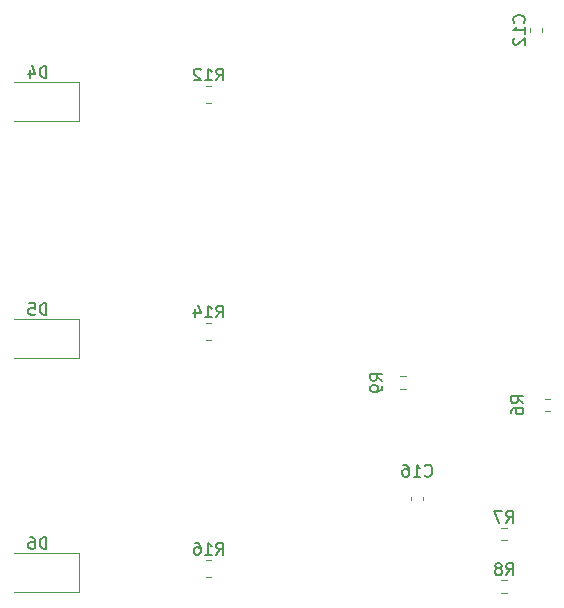
<source format=gbr>
%TF.GenerationSoftware,KiCad,Pcbnew,7.0.5*%
%TF.CreationDate,2023-07-07T20:15:01+07:00*%
%TF.ProjectId,Intership_board,496e7465-7273-4686-9970-5f626f617264,rev?*%
%TF.SameCoordinates,Original*%
%TF.FileFunction,Legend,Bot*%
%TF.FilePolarity,Positive*%
%FSLAX46Y46*%
G04 Gerber Fmt 4.6, Leading zero omitted, Abs format (unit mm)*
G04 Created by KiCad (PCBNEW 7.0.5) date 2023-07-07 20:15:01*
%MOMM*%
%LPD*%
G01*
G04 APERTURE LIST*
%ADD10C,0.150000*%
%ADD11C,0.120000*%
G04 APERTURE END LIST*
D10*
%TO.C,D5*%
X54766094Y-112638187D02*
X54766094Y-111638187D01*
X54766094Y-111638187D02*
X54527999Y-111638187D01*
X54527999Y-111638187D02*
X54385142Y-111685806D01*
X54385142Y-111685806D02*
X54289904Y-111781044D01*
X54289904Y-111781044D02*
X54242285Y-111876282D01*
X54242285Y-111876282D02*
X54194666Y-112066758D01*
X54194666Y-112066758D02*
X54194666Y-112209615D01*
X54194666Y-112209615D02*
X54242285Y-112400091D01*
X54242285Y-112400091D02*
X54289904Y-112495329D01*
X54289904Y-112495329D02*
X54385142Y-112590568D01*
X54385142Y-112590568D02*
X54527999Y-112638187D01*
X54527999Y-112638187D02*
X54766094Y-112638187D01*
X53289904Y-111638187D02*
X53766094Y-111638187D01*
X53766094Y-111638187D02*
X53813713Y-112114377D01*
X53813713Y-112114377D02*
X53766094Y-112066758D01*
X53766094Y-112066758D02*
X53670856Y-112019139D01*
X53670856Y-112019139D02*
X53432761Y-112019139D01*
X53432761Y-112019139D02*
X53337523Y-112066758D01*
X53337523Y-112066758D02*
X53289904Y-112114377D01*
X53289904Y-112114377D02*
X53242285Y-112209615D01*
X53242285Y-112209615D02*
X53242285Y-112447710D01*
X53242285Y-112447710D02*
X53289904Y-112542948D01*
X53289904Y-112542948D02*
X53337523Y-112590568D01*
X53337523Y-112590568D02*
X53432761Y-112638187D01*
X53432761Y-112638187D02*
X53670856Y-112638187D01*
X53670856Y-112638187D02*
X53766094Y-112590568D01*
X53766094Y-112590568D02*
X53813713Y-112542948D01*
%TO.C,C12*%
X95172380Y-87891510D02*
X95220000Y-87843891D01*
X95220000Y-87843891D02*
X95267619Y-87701034D01*
X95267619Y-87701034D02*
X95267619Y-87605796D01*
X95267619Y-87605796D02*
X95220000Y-87462939D01*
X95220000Y-87462939D02*
X95124761Y-87367701D01*
X95124761Y-87367701D02*
X95029523Y-87320082D01*
X95029523Y-87320082D02*
X94839047Y-87272463D01*
X94839047Y-87272463D02*
X94696190Y-87272463D01*
X94696190Y-87272463D02*
X94505714Y-87320082D01*
X94505714Y-87320082D02*
X94410476Y-87367701D01*
X94410476Y-87367701D02*
X94315238Y-87462939D01*
X94315238Y-87462939D02*
X94267619Y-87605796D01*
X94267619Y-87605796D02*
X94267619Y-87701034D01*
X94267619Y-87701034D02*
X94315238Y-87843891D01*
X94315238Y-87843891D02*
X94362857Y-87891510D01*
X95267619Y-88843891D02*
X95267619Y-88272463D01*
X95267619Y-88558177D02*
X94267619Y-88558177D01*
X94267619Y-88558177D02*
X94410476Y-88462939D01*
X94410476Y-88462939D02*
X94505714Y-88367701D01*
X94505714Y-88367701D02*
X94553333Y-88272463D01*
X94362857Y-89224844D02*
X94315238Y-89272463D01*
X94315238Y-89272463D02*
X94267619Y-89367701D01*
X94267619Y-89367701D02*
X94267619Y-89605796D01*
X94267619Y-89605796D02*
X94315238Y-89701034D01*
X94315238Y-89701034D02*
X94362857Y-89748653D01*
X94362857Y-89748653D02*
X94458095Y-89796272D01*
X94458095Y-89796272D02*
X94553333Y-89796272D01*
X94553333Y-89796272D02*
X94696190Y-89748653D01*
X94696190Y-89748653D02*
X95267619Y-89177225D01*
X95267619Y-89177225D02*
X95267619Y-89796272D01*
%TO.C,R6*%
X95122819Y-120117701D02*
X94646628Y-119784368D01*
X95122819Y-119546273D02*
X94122819Y-119546273D01*
X94122819Y-119546273D02*
X94122819Y-119927225D01*
X94122819Y-119927225D02*
X94170438Y-120022463D01*
X94170438Y-120022463D02*
X94218057Y-120070082D01*
X94218057Y-120070082D02*
X94313295Y-120117701D01*
X94313295Y-120117701D02*
X94456152Y-120117701D01*
X94456152Y-120117701D02*
X94551390Y-120070082D01*
X94551390Y-120070082D02*
X94599009Y-120022463D01*
X94599009Y-120022463D02*
X94646628Y-119927225D01*
X94646628Y-119927225D02*
X94646628Y-119546273D01*
X94122819Y-120974844D02*
X94122819Y-120784368D01*
X94122819Y-120784368D02*
X94170438Y-120689130D01*
X94170438Y-120689130D02*
X94218057Y-120641511D01*
X94218057Y-120641511D02*
X94360914Y-120546273D01*
X94360914Y-120546273D02*
X94551390Y-120498654D01*
X94551390Y-120498654D02*
X94932342Y-120498654D01*
X94932342Y-120498654D02*
X95027580Y-120546273D01*
X95027580Y-120546273D02*
X95075200Y-120593892D01*
X95075200Y-120593892D02*
X95122819Y-120689130D01*
X95122819Y-120689130D02*
X95122819Y-120879606D01*
X95122819Y-120879606D02*
X95075200Y-120974844D01*
X95075200Y-120974844D02*
X95027580Y-121022463D01*
X95027580Y-121022463D02*
X94932342Y-121070082D01*
X94932342Y-121070082D02*
X94694247Y-121070082D01*
X94694247Y-121070082D02*
X94599009Y-121022463D01*
X94599009Y-121022463D02*
X94551390Y-120974844D01*
X94551390Y-120974844D02*
X94503771Y-120879606D01*
X94503771Y-120879606D02*
X94503771Y-120689130D01*
X94503771Y-120689130D02*
X94551390Y-120593892D01*
X94551390Y-120593892D02*
X94599009Y-120546273D01*
X94599009Y-120546273D02*
X94694247Y-120498654D01*
%TO.C,R8*%
X93691666Y-134676187D02*
X94024999Y-134199996D01*
X94263094Y-134676187D02*
X94263094Y-133676187D01*
X94263094Y-133676187D02*
X93882142Y-133676187D01*
X93882142Y-133676187D02*
X93786904Y-133723806D01*
X93786904Y-133723806D02*
X93739285Y-133771425D01*
X93739285Y-133771425D02*
X93691666Y-133866663D01*
X93691666Y-133866663D02*
X93691666Y-134009520D01*
X93691666Y-134009520D02*
X93739285Y-134104758D01*
X93739285Y-134104758D02*
X93786904Y-134152377D01*
X93786904Y-134152377D02*
X93882142Y-134199996D01*
X93882142Y-134199996D02*
X94263094Y-134199996D01*
X93120237Y-134104758D02*
X93215475Y-134057139D01*
X93215475Y-134057139D02*
X93263094Y-134009520D01*
X93263094Y-134009520D02*
X93310713Y-133914282D01*
X93310713Y-133914282D02*
X93310713Y-133866663D01*
X93310713Y-133866663D02*
X93263094Y-133771425D01*
X93263094Y-133771425D02*
X93215475Y-133723806D01*
X93215475Y-133723806D02*
X93120237Y-133676187D01*
X93120237Y-133676187D02*
X92929761Y-133676187D01*
X92929761Y-133676187D02*
X92834523Y-133723806D01*
X92834523Y-133723806D02*
X92786904Y-133771425D01*
X92786904Y-133771425D02*
X92739285Y-133866663D01*
X92739285Y-133866663D02*
X92739285Y-133914282D01*
X92739285Y-133914282D02*
X92786904Y-134009520D01*
X92786904Y-134009520D02*
X92834523Y-134057139D01*
X92834523Y-134057139D02*
X92929761Y-134104758D01*
X92929761Y-134104758D02*
X93120237Y-134104758D01*
X93120237Y-134104758D02*
X93215475Y-134152377D01*
X93215475Y-134152377D02*
X93263094Y-134199996D01*
X93263094Y-134199996D02*
X93310713Y-134295234D01*
X93310713Y-134295234D02*
X93310713Y-134485710D01*
X93310713Y-134485710D02*
X93263094Y-134580948D01*
X93263094Y-134580948D02*
X93215475Y-134628568D01*
X93215475Y-134628568D02*
X93120237Y-134676187D01*
X93120237Y-134676187D02*
X92929761Y-134676187D01*
X92929761Y-134676187D02*
X92834523Y-134628568D01*
X92834523Y-134628568D02*
X92786904Y-134580948D01*
X92786904Y-134580948D02*
X92739285Y-134485710D01*
X92739285Y-134485710D02*
X92739285Y-134295234D01*
X92739285Y-134295234D02*
X92786904Y-134199996D01*
X92786904Y-134199996D02*
X92834523Y-134152377D01*
X92834523Y-134152377D02*
X92929761Y-134104758D01*
%TO.C,C16*%
X86801857Y-126231948D02*
X86849476Y-126279568D01*
X86849476Y-126279568D02*
X86992333Y-126327187D01*
X86992333Y-126327187D02*
X87087571Y-126327187D01*
X87087571Y-126327187D02*
X87230428Y-126279568D01*
X87230428Y-126279568D02*
X87325666Y-126184329D01*
X87325666Y-126184329D02*
X87373285Y-126089091D01*
X87373285Y-126089091D02*
X87420904Y-125898615D01*
X87420904Y-125898615D02*
X87420904Y-125755758D01*
X87420904Y-125755758D02*
X87373285Y-125565282D01*
X87373285Y-125565282D02*
X87325666Y-125470044D01*
X87325666Y-125470044D02*
X87230428Y-125374806D01*
X87230428Y-125374806D02*
X87087571Y-125327187D01*
X87087571Y-125327187D02*
X86992333Y-125327187D01*
X86992333Y-125327187D02*
X86849476Y-125374806D01*
X86849476Y-125374806D02*
X86801857Y-125422425D01*
X85849476Y-126327187D02*
X86420904Y-126327187D01*
X86135190Y-126327187D02*
X86135190Y-125327187D01*
X86135190Y-125327187D02*
X86230428Y-125470044D01*
X86230428Y-125470044D02*
X86325666Y-125565282D01*
X86325666Y-125565282D02*
X86420904Y-125612901D01*
X84992333Y-125327187D02*
X85182809Y-125327187D01*
X85182809Y-125327187D02*
X85278047Y-125374806D01*
X85278047Y-125374806D02*
X85325666Y-125422425D01*
X85325666Y-125422425D02*
X85420904Y-125565282D01*
X85420904Y-125565282D02*
X85468523Y-125755758D01*
X85468523Y-125755758D02*
X85468523Y-126136710D01*
X85468523Y-126136710D02*
X85420904Y-126231948D01*
X85420904Y-126231948D02*
X85373285Y-126279568D01*
X85373285Y-126279568D02*
X85278047Y-126327187D01*
X85278047Y-126327187D02*
X85087571Y-126327187D01*
X85087571Y-126327187D02*
X84992333Y-126279568D01*
X84992333Y-126279568D02*
X84944714Y-126231948D01*
X84944714Y-126231948D02*
X84897095Y-126136710D01*
X84897095Y-126136710D02*
X84897095Y-125898615D01*
X84897095Y-125898615D02*
X84944714Y-125803377D01*
X84944714Y-125803377D02*
X84992333Y-125755758D01*
X84992333Y-125755758D02*
X85087571Y-125708139D01*
X85087571Y-125708139D02*
X85278047Y-125708139D01*
X85278047Y-125708139D02*
X85373285Y-125755758D01*
X85373285Y-125755758D02*
X85420904Y-125803377D01*
X85420904Y-125803377D02*
X85468523Y-125898615D01*
%TO.C,R9*%
X83184819Y-118212701D02*
X82708628Y-117879368D01*
X83184819Y-117641273D02*
X82184819Y-117641273D01*
X82184819Y-117641273D02*
X82184819Y-118022225D01*
X82184819Y-118022225D02*
X82232438Y-118117463D01*
X82232438Y-118117463D02*
X82280057Y-118165082D01*
X82280057Y-118165082D02*
X82375295Y-118212701D01*
X82375295Y-118212701D02*
X82518152Y-118212701D01*
X82518152Y-118212701D02*
X82613390Y-118165082D01*
X82613390Y-118165082D02*
X82661009Y-118117463D01*
X82661009Y-118117463D02*
X82708628Y-118022225D01*
X82708628Y-118022225D02*
X82708628Y-117641273D01*
X83184819Y-118688892D02*
X83184819Y-118879368D01*
X83184819Y-118879368D02*
X83137200Y-118974606D01*
X83137200Y-118974606D02*
X83089580Y-119022225D01*
X83089580Y-119022225D02*
X82946723Y-119117463D01*
X82946723Y-119117463D02*
X82756247Y-119165082D01*
X82756247Y-119165082D02*
X82375295Y-119165082D01*
X82375295Y-119165082D02*
X82280057Y-119117463D01*
X82280057Y-119117463D02*
X82232438Y-119069844D01*
X82232438Y-119069844D02*
X82184819Y-118974606D01*
X82184819Y-118974606D02*
X82184819Y-118784130D01*
X82184819Y-118784130D02*
X82232438Y-118688892D01*
X82232438Y-118688892D02*
X82280057Y-118641273D01*
X82280057Y-118641273D02*
X82375295Y-118593654D01*
X82375295Y-118593654D02*
X82613390Y-118593654D01*
X82613390Y-118593654D02*
X82708628Y-118641273D01*
X82708628Y-118641273D02*
X82756247Y-118688892D01*
X82756247Y-118688892D02*
X82803866Y-118784130D01*
X82803866Y-118784130D02*
X82803866Y-118974606D01*
X82803866Y-118974606D02*
X82756247Y-119069844D01*
X82756247Y-119069844D02*
X82708628Y-119117463D01*
X82708628Y-119117463D02*
X82613390Y-119165082D01*
%TO.C,D6*%
X54766094Y-132450187D02*
X54766094Y-131450187D01*
X54766094Y-131450187D02*
X54527999Y-131450187D01*
X54527999Y-131450187D02*
X54385142Y-131497806D01*
X54385142Y-131497806D02*
X54289904Y-131593044D01*
X54289904Y-131593044D02*
X54242285Y-131688282D01*
X54242285Y-131688282D02*
X54194666Y-131878758D01*
X54194666Y-131878758D02*
X54194666Y-132021615D01*
X54194666Y-132021615D02*
X54242285Y-132212091D01*
X54242285Y-132212091D02*
X54289904Y-132307329D01*
X54289904Y-132307329D02*
X54385142Y-132402568D01*
X54385142Y-132402568D02*
X54527999Y-132450187D01*
X54527999Y-132450187D02*
X54766094Y-132450187D01*
X53337523Y-131450187D02*
X53527999Y-131450187D01*
X53527999Y-131450187D02*
X53623237Y-131497806D01*
X53623237Y-131497806D02*
X53670856Y-131545425D01*
X53670856Y-131545425D02*
X53766094Y-131688282D01*
X53766094Y-131688282D02*
X53813713Y-131878758D01*
X53813713Y-131878758D02*
X53813713Y-132259710D01*
X53813713Y-132259710D02*
X53766094Y-132354948D01*
X53766094Y-132354948D02*
X53718475Y-132402568D01*
X53718475Y-132402568D02*
X53623237Y-132450187D01*
X53623237Y-132450187D02*
X53432761Y-132450187D01*
X53432761Y-132450187D02*
X53337523Y-132402568D01*
X53337523Y-132402568D02*
X53289904Y-132354948D01*
X53289904Y-132354948D02*
X53242285Y-132259710D01*
X53242285Y-132259710D02*
X53242285Y-132021615D01*
X53242285Y-132021615D02*
X53289904Y-131926377D01*
X53289904Y-131926377D02*
X53337523Y-131878758D01*
X53337523Y-131878758D02*
X53432761Y-131831139D01*
X53432761Y-131831139D02*
X53623237Y-131831139D01*
X53623237Y-131831139D02*
X53718475Y-131878758D01*
X53718475Y-131878758D02*
X53766094Y-131926377D01*
X53766094Y-131926377D02*
X53813713Y-132021615D01*
%TO.C,D4*%
X54766094Y-92572187D02*
X54766094Y-91572187D01*
X54766094Y-91572187D02*
X54527999Y-91572187D01*
X54527999Y-91572187D02*
X54385142Y-91619806D01*
X54385142Y-91619806D02*
X54289904Y-91715044D01*
X54289904Y-91715044D02*
X54242285Y-91810282D01*
X54242285Y-91810282D02*
X54194666Y-92000758D01*
X54194666Y-92000758D02*
X54194666Y-92143615D01*
X54194666Y-92143615D02*
X54242285Y-92334091D01*
X54242285Y-92334091D02*
X54289904Y-92429329D01*
X54289904Y-92429329D02*
X54385142Y-92524568D01*
X54385142Y-92524568D02*
X54527999Y-92572187D01*
X54527999Y-92572187D02*
X54766094Y-92572187D01*
X53337523Y-91905520D02*
X53337523Y-92572187D01*
X53575618Y-91524568D02*
X53813713Y-92238853D01*
X53813713Y-92238853D02*
X53194666Y-92238853D01*
%TO.C,R12*%
X69148857Y-92787187D02*
X69482190Y-92310996D01*
X69720285Y-92787187D02*
X69720285Y-91787187D01*
X69720285Y-91787187D02*
X69339333Y-91787187D01*
X69339333Y-91787187D02*
X69244095Y-91834806D01*
X69244095Y-91834806D02*
X69196476Y-91882425D01*
X69196476Y-91882425D02*
X69148857Y-91977663D01*
X69148857Y-91977663D02*
X69148857Y-92120520D01*
X69148857Y-92120520D02*
X69196476Y-92215758D01*
X69196476Y-92215758D02*
X69244095Y-92263377D01*
X69244095Y-92263377D02*
X69339333Y-92310996D01*
X69339333Y-92310996D02*
X69720285Y-92310996D01*
X68196476Y-92787187D02*
X68767904Y-92787187D01*
X68482190Y-92787187D02*
X68482190Y-91787187D01*
X68482190Y-91787187D02*
X68577428Y-91930044D01*
X68577428Y-91930044D02*
X68672666Y-92025282D01*
X68672666Y-92025282D02*
X68767904Y-92072901D01*
X67815523Y-91882425D02*
X67767904Y-91834806D01*
X67767904Y-91834806D02*
X67672666Y-91787187D01*
X67672666Y-91787187D02*
X67434571Y-91787187D01*
X67434571Y-91787187D02*
X67339333Y-91834806D01*
X67339333Y-91834806D02*
X67291714Y-91882425D01*
X67291714Y-91882425D02*
X67244095Y-91977663D01*
X67244095Y-91977663D02*
X67244095Y-92072901D01*
X67244095Y-92072901D02*
X67291714Y-92215758D01*
X67291714Y-92215758D02*
X67863142Y-92787187D01*
X67863142Y-92787187D02*
X67244095Y-92787187D01*
%TO.C,R14*%
X69148857Y-112853187D02*
X69482190Y-112376996D01*
X69720285Y-112853187D02*
X69720285Y-111853187D01*
X69720285Y-111853187D02*
X69339333Y-111853187D01*
X69339333Y-111853187D02*
X69244095Y-111900806D01*
X69244095Y-111900806D02*
X69196476Y-111948425D01*
X69196476Y-111948425D02*
X69148857Y-112043663D01*
X69148857Y-112043663D02*
X69148857Y-112186520D01*
X69148857Y-112186520D02*
X69196476Y-112281758D01*
X69196476Y-112281758D02*
X69244095Y-112329377D01*
X69244095Y-112329377D02*
X69339333Y-112376996D01*
X69339333Y-112376996D02*
X69720285Y-112376996D01*
X68196476Y-112853187D02*
X68767904Y-112853187D01*
X68482190Y-112853187D02*
X68482190Y-111853187D01*
X68482190Y-111853187D02*
X68577428Y-111996044D01*
X68577428Y-111996044D02*
X68672666Y-112091282D01*
X68672666Y-112091282D02*
X68767904Y-112138901D01*
X67339333Y-112186520D02*
X67339333Y-112853187D01*
X67577428Y-111805568D02*
X67815523Y-112519853D01*
X67815523Y-112519853D02*
X67196476Y-112519853D01*
%TO.C,R7*%
X93691666Y-130231187D02*
X94024999Y-129754996D01*
X94263094Y-130231187D02*
X94263094Y-129231187D01*
X94263094Y-129231187D02*
X93882142Y-129231187D01*
X93882142Y-129231187D02*
X93786904Y-129278806D01*
X93786904Y-129278806D02*
X93739285Y-129326425D01*
X93739285Y-129326425D02*
X93691666Y-129421663D01*
X93691666Y-129421663D02*
X93691666Y-129564520D01*
X93691666Y-129564520D02*
X93739285Y-129659758D01*
X93739285Y-129659758D02*
X93786904Y-129707377D01*
X93786904Y-129707377D02*
X93882142Y-129754996D01*
X93882142Y-129754996D02*
X94263094Y-129754996D01*
X93358332Y-129231187D02*
X92691666Y-129231187D01*
X92691666Y-129231187D02*
X93120237Y-130231187D01*
%TO.C,R16*%
X69148857Y-132932187D02*
X69482190Y-132455996D01*
X69720285Y-132932187D02*
X69720285Y-131932187D01*
X69720285Y-131932187D02*
X69339333Y-131932187D01*
X69339333Y-131932187D02*
X69244095Y-131979806D01*
X69244095Y-131979806D02*
X69196476Y-132027425D01*
X69196476Y-132027425D02*
X69148857Y-132122663D01*
X69148857Y-132122663D02*
X69148857Y-132265520D01*
X69148857Y-132265520D02*
X69196476Y-132360758D01*
X69196476Y-132360758D02*
X69244095Y-132408377D01*
X69244095Y-132408377D02*
X69339333Y-132455996D01*
X69339333Y-132455996D02*
X69720285Y-132455996D01*
X68196476Y-132932187D02*
X68767904Y-132932187D01*
X68482190Y-132932187D02*
X68482190Y-131932187D01*
X68482190Y-131932187D02*
X68577428Y-132075044D01*
X68577428Y-132075044D02*
X68672666Y-132170282D01*
X68672666Y-132170282D02*
X68767904Y-132217901D01*
X67339333Y-131932187D02*
X67529809Y-131932187D01*
X67529809Y-131932187D02*
X67625047Y-131979806D01*
X67625047Y-131979806D02*
X67672666Y-132027425D01*
X67672666Y-132027425D02*
X67767904Y-132170282D01*
X67767904Y-132170282D02*
X67815523Y-132360758D01*
X67815523Y-132360758D02*
X67815523Y-132741710D01*
X67815523Y-132741710D02*
X67767904Y-132836948D01*
X67767904Y-132836948D02*
X67720285Y-132884568D01*
X67720285Y-132884568D02*
X67625047Y-132932187D01*
X67625047Y-132932187D02*
X67434571Y-132932187D01*
X67434571Y-132932187D02*
X67339333Y-132884568D01*
X67339333Y-132884568D02*
X67291714Y-132836948D01*
X67291714Y-132836948D02*
X67244095Y-132741710D01*
X67244095Y-132741710D02*
X67244095Y-132503615D01*
X67244095Y-132503615D02*
X67291714Y-132408377D01*
X67291714Y-132408377D02*
X67339333Y-132360758D01*
X67339333Y-132360758D02*
X67434571Y-132313139D01*
X67434571Y-132313139D02*
X67625047Y-132313139D01*
X67625047Y-132313139D02*
X67720285Y-132360758D01*
X67720285Y-132360758D02*
X67767904Y-132408377D01*
X67767904Y-132408377D02*
X67815523Y-132503615D01*
D11*
%TO.C,D5*%
X57538000Y-116333368D02*
X52028000Y-116333368D01*
X57538000Y-113033368D02*
X57538000Y-116333368D01*
X57538000Y-113033368D02*
X52028000Y-113033368D01*
%TO.C,C12*%
X96752800Y-88393788D02*
X96752800Y-88674948D01*
X95732800Y-88393788D02*
X95732800Y-88674948D01*
%TO.C,R6*%
X96932742Y-119730868D02*
X97407258Y-119730868D01*
X96932742Y-120775868D02*
X97407258Y-120775868D01*
%TO.C,R8*%
X93762258Y-136173868D02*
X93287742Y-136173868D01*
X93762258Y-135128868D02*
X93287742Y-135128868D01*
%TO.C,C16*%
X85598200Y-128349748D02*
X85598200Y-128068588D01*
X86618200Y-128349748D02*
X86618200Y-128068588D01*
%TO.C,R9*%
X84727942Y-117856868D02*
X85202458Y-117856868D01*
X84727942Y-118901868D02*
X85202458Y-118901868D01*
%TO.C,D6*%
X57538000Y-136145368D02*
X52028000Y-136145368D01*
X57538000Y-132845368D02*
X57538000Y-136145368D01*
X57538000Y-132845368D02*
X52028000Y-132845368D01*
%TO.C,D4*%
X57538000Y-96267368D02*
X52028000Y-96267368D01*
X57538000Y-92967368D02*
X57538000Y-96267368D01*
X57538000Y-92967368D02*
X52028000Y-92967368D01*
%TO.C,R12*%
X68733064Y-94717368D02*
X68278936Y-94717368D01*
X68733064Y-93247368D02*
X68278936Y-93247368D01*
%TO.C,R14*%
X68733064Y-114783368D02*
X68278936Y-114783368D01*
X68733064Y-113313368D02*
X68278936Y-113313368D01*
%TO.C,R7*%
X93762258Y-131728868D02*
X93287742Y-131728868D01*
X93762258Y-130683868D02*
X93287742Y-130683868D01*
%TO.C,R16*%
X68733064Y-134862368D02*
X68278936Y-134862368D01*
X68733064Y-133392368D02*
X68278936Y-133392368D01*
%TD*%
M02*

</source>
